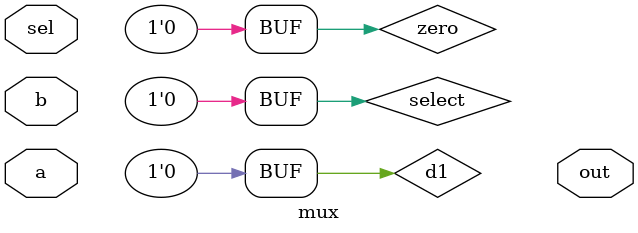
<source format=v>
module mux( 
input [4:0] a, b,
input sel,
output [4:0] out );
// When sel=0, assign a to out. 
// When sel=1, assign b to out. 
wire [0:0] select;
supply0 zero;
and (select[0], sel, zero);
assign select[1] = 1'b0;
// Not sure why you would use this.
// Make b and a 1 in size logic.
not (c0, b[0]);
not (d0, a[0]);
and (c1, c0, sel);
and (d1, d0, select[0]);
and (e1, b[1], sel);
and (e2, b[2], sel);
and (f1, b[3], sel);
and (f2, b[4], sel);
or (b0, e2, e1);
or (a0, f1, f2);
endmodule

</source>
